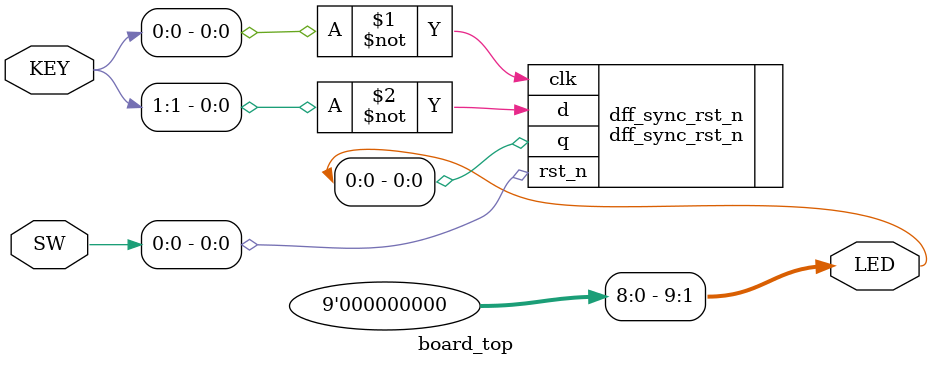
<source format=v>
module board_top
(
    input  [ 1:0] KEY,
    input  [ 9:0] SW,
    output [ 9:0] LED
);

    assign LED[9:1] = 8'b0;

    dff_sync_rst_n dff_sync_rst_n
    (
        .clk   ( ~KEY [0] ),
        .rst_n (  SW  [0] ),
        .d     ( ~KEY [1] ),
        .q     (  LED [0] )
    );

endmodule

</source>
